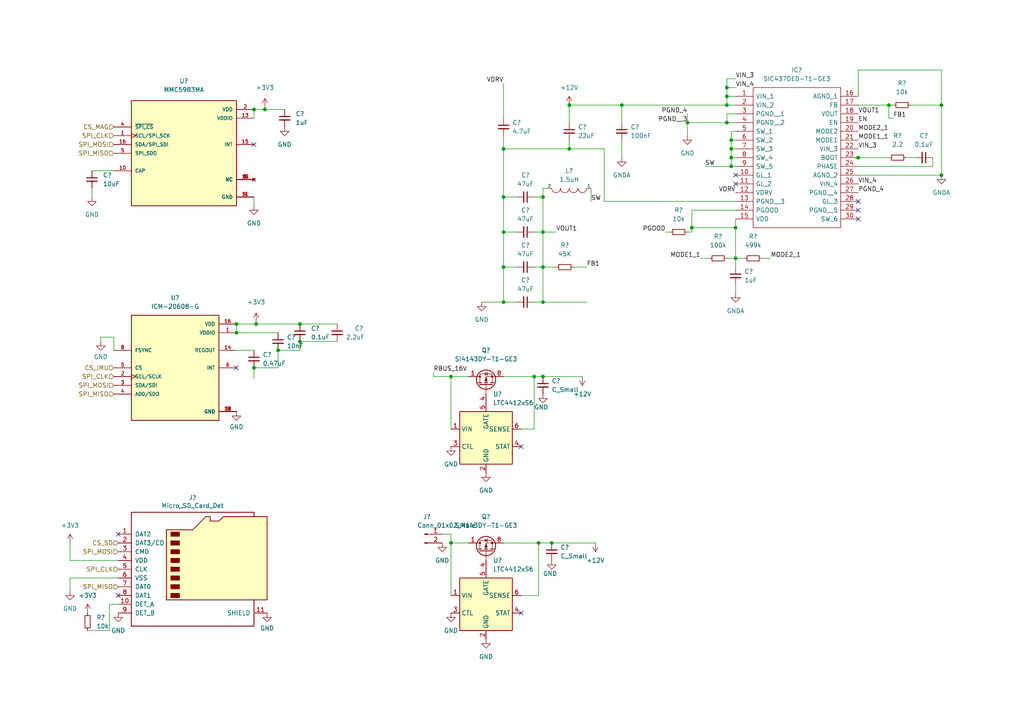
<source format=kicad_sch>
(kicad_sch (version 20211123) (generator eeschema)
  (paper "A4")
  (lib_symbols
    (symbol "Connector:Conn_01x02_Male" (pin_names (offset 1.016) hide)
      (property "Reference" "J" (at 0 2.54 0))
      (property "Value" "Conn_01x02_Male" (at 0 -5.08 0))
      (symbol "Conn_01x02_Male_1_1"
        (polyline (pts (xy 1.27 -2.54) (xy 0.8636 -2.54)) (stroke (width 0.1524)))
        (polyline (pts (xy 1.27 0) (xy 0.8636 0)) (stroke (width 0.1524)))
        (rectangle (start 0.8636 -2.413) (end 0 -2.667) (stroke (width 0.1524)) (fill (type outline)))
        (rectangle (start 0.8636 0.127) (end 0 -0.127) (stroke (width 0.1524)) (fill (type outline)))
        (pin passive line (at 5.08 0 180) (length 3.81) (name "Pin_1") (number "1"))
        (pin passive line (at 5.08 -2.54 180) (length 3.81) (name "Pin_2") (number "2"))
      )
    )
    (symbol "Connector:Micro_SD_Card_Det_Hirose_DM3AT" (pin_names (offset 1.016))
      (property "Reference" "J" (at -16.51 17.78 0))
      (property "Value" "Micro_SD_Card_Det_Hirose_DM3AT" (at 16.51 17.78 0))
      (symbol "Micro_SD_Card_Det_Hirose_DM3AT_0_1"
        (rectangle (start -7.62 -6.985) (end -5.08 -8.255) (fill (type outline)))
        (rectangle (start -7.62 -4.445) (end -5.08 -5.715) (fill (type outline)))
        (rectangle (start -7.62 -1.905) (end -5.08 -3.175) (fill (type outline)))
        (rectangle (start -7.62 0.635) (end -5.08 -0.635) (fill (type outline)))
        (rectangle (start -7.62 3.175) (end -5.08 1.905) (fill (type outline)))
        (rectangle (start -7.62 5.715) (end -5.08 4.445) (fill (type outline)))
        (rectangle (start -7.62 8.255) (end -5.08 6.985) (fill (type outline)))
        (rectangle (start -7.62 10.795) (end -5.08 9.525) (fill (type outline)))
        (polyline (pts (xy 16.51 15.24) (xy 16.51 16.51) (xy -19.05 16.51) (xy -19.05 -16.51) (xy 16.51 -16.51) (xy 16.51 -8.89)) (stroke (width 0.254)))
        (polyline (pts (xy -8.89 -8.89) (xy -8.89 11.43) (xy -1.27 11.43) (xy 2.54 15.24) (xy 3.81 15.24) (xy 3.81 13.97) (xy 6.35 13.97) (xy 7.62 15.24) (xy 20.32 15.24) (xy 20.32 -8.89) (xy -8.89 -8.89)) (stroke (width 0.254)) (fill (type background)))
      )
      (symbol "Micro_SD_Card_Det_Hirose_DM3AT_1_1"
        (pin bidirectional line (at -22.86 10.16 0) (length 3.81) (name "DAT2") (number "1"))
        (pin passive line (at -22.86 -10.16 0) (length 3.81) (name "DET_A") (number "10"))
        (pin passive line (at 20.32 -12.7 180) (length 3.81) (name "SHIELD") (number "11"))
        (pin bidirectional line (at -22.86 7.62 0) (length 3.81) (name "DAT3/CD") (number "2"))
        (pin input line (at -22.86 5.08 0) (length 3.81) (name "CMD") (number "3"))
        (pin power_in line (at -22.86 2.54 0) (length 3.81) (name "VDD") (number "4"))
        (pin input line (at -22.86 0 0) (length 3.81) (name "CLK") (number "5"))
        (pin power_in line (at -22.86 -2.54 0) (length 3.81) (name "VSS") (number "6"))
        (pin bidirectional line (at -22.86 -5.08 0) (length 3.81) (name "DAT0") (number "7"))
        (pin bidirectional line (at -22.86 -7.62 0) (length 3.81) (name "DAT1") (number "8"))
        (pin passive line (at -22.86 -12.7 0) (length 3.81) (name "DET_B") (number "9"))
      )
    )
    (symbol "Device:C_Small" (pin_numbers hide) (pin_names (offset 0.254) hide)
      (property "Reference" "C" (at 0.254 1.778 0))
      (property "Value" "C_Small" (at 0.254 -2.032 0))
      (symbol "C_Small_0_1"
        (polyline (pts (xy -1.524 -0.508) (xy 1.524 -0.508)) (stroke (width 0.3302)))
        (polyline (pts (xy -1.524 0.508) (xy 1.524 0.508)) (stroke (width 0.3048)))
      )
      (symbol "C_Small_1_1"
        (pin passive line (at 0 2.54 270) (length 2.032) (name "~") (number "1"))
        (pin passive line (at 0 -2.54 90) (length 2.032) (name "~") (number "2"))
      )
    )
    (symbol "Device:Q_PMOS_GDS" (pin_names (offset 0) hide)
      (property "Reference" "Q?" (at 6.35 1.2701 0))
      (property "Value" "SI4143DY-T1-GE3" (at 6.35 -1.2699 0))
      (symbol "Q_PMOS_GDS_0_0"
        (pin input line (at -5.08 0 0) (length 2.54) (name "G") (number "4"))
        (pin passive line (at 2.54 -5.08 90) (length 2.54) hide (name "D") (number "5"))
        (pin passive line (at 2.54 -5.08 90) (length 2.54) hide (name "D") (number "6"))
        (pin passive line (at 2.54 -5.08 90) (length 2.54) hide (name "D") (number "7"))
        (pin passive line (at 2.54 -5.08 90) (length 2.54) (name "D") (number "8"))
      )
      (symbol "Q_PMOS_GDS_0_1"
        (polyline (pts (xy 0.254 0) (xy -2.54 0)))
        (polyline (pts (xy 0.254 1.905) (xy 0.254 -1.905)) (stroke (width 0.254)))
        (polyline (pts (xy 0.762 -1.27) (xy 0.762 -2.286)) (stroke (width 0.254)))
        (polyline (pts (xy 0.762 0.508) (xy 0.762 -0.508)) (stroke (width 0.254)))
        (polyline (pts (xy 0.762 2.286) (xy 0.762 1.27)) (stroke (width 0.254)))
        (polyline (pts (xy 2.54 2.54) (xy 2.54 1.778)))
        (polyline (pts (xy 2.54 -2.54) (xy 2.54 0) (xy 0.762 0)))
        (polyline (pts (xy 0.762 1.778) (xy 3.302 1.778) (xy 3.302 -1.778) (xy 0.762 -1.778)))
        (polyline (pts (xy 2.286 0) (xy 1.27 0.381) (xy 1.27 -0.381) (xy 2.286 0)) (fill (type outline)))
        (polyline (pts (xy 2.794 -0.508) (xy 2.921 -0.381) (xy 3.683 -0.381) (xy 3.81 -0.254)))
        (polyline (pts (xy 3.302 -0.381) (xy 2.921 0.254) (xy 3.683 0.254) (xy 3.302 -0.381)))
        (circle (center 1.651 0) (radius 2.794) (stroke (width 0.254)))
        (circle (center 2.54 -1.778) (radius 0.254) (fill (type outline)))
        (circle (center 2.54 1.778) (radius 0.254) (fill (type outline)))
      )
      (symbol "Q_PMOS_GDS_1_1"
        (pin passive line (at 2.54 5.08 270) (length 2.54) (name "S") (number "1"))
        (pin passive line (at 2.54 5.08 270) (length 2.54) hide (name "S") (number "2"))
        (pin passive line (at 2.54 5.08 270) (length 2.54) hide (name "S") (number "3"))
      )
    )
    (symbol "Device:R_Small" (pin_numbers hide) (pin_names (offset 0.254) hide)
      (property "Reference" "R" (at 0.762 0.508 0))
      (property "Value" "R_Small" (at 0.762 -1.016 0))
      (symbol "R_Small_0_1"
        (rectangle (start -0.762 1.778) (end 0.762 -1.778) (stroke (width 0.2032)))
      )
      (symbol "R_Small_1_1"
        (pin passive line (at 0 2.54 270) (length 0.762) (name "~") (number "1"))
        (pin passive line (at 0 -2.54 90) (length 0.762) (name "~") (number "2"))
      )
    )
    (symbol "Power_Management:LTC4412xS6"
      (property "Reference" "U" (at -6.35 8.89 0))
      (property "Value" "LTC4412xS6" (at 6.35 8.89 0))
      (symbol "LTC4412xS6_0_1"
        (rectangle (start -7.62 7.62) (end 7.62 -7.62) (stroke (width 0.254)) (fill (type background)))
      )
      (symbol "LTC4412xS6_1_1"
        (pin power_in line (at -10.16 2.54 0) (length 2.54) (name "VIN") (number "1"))
        (pin power_in line (at 0 -10.16 90) (length 2.54) (name "GND") (number "2"))
        (pin input line (at -10.16 -2.54 0) (length 2.54) (name "CTL") (number "3"))
        (pin open_collector line (at 10.16 -2.54 180) (length 2.54) (name "STAT") (number "4"))
        (pin output line (at 0 10.16 270) (length 2.54) (name "GATE") (number "5"))
        (pin input line (at 10.16 2.54 180) (length 2.54) (name "SENSE") (number "6"))
      )
    )
    (symbol "SIC437DED-T1-GE3:SIC437DED-T1-GE3" (pin_names (offset 0.762))
      (property "Reference" "IC" (at 31.75 7.62 0))
      (property "Value" "SIC437DED-T1-GE3" (at 31.75 5.08 0))
      (symbol "SIC437DED-T1-GE3_0_0"
        (pin passive line (at 0 0 0) (length 5.08) (name "VIN_1") (number "1"))
        (pin passive line (at 0 -22.86 0) (length 5.08) (name "GL_1") (number "10"))
        (pin passive line (at 0 -25.4 0) (length 5.08) (name "GL_2") (number "11"))
        (pin passive line (at 0 -27.94 0) (length 5.08) (name "VDRV") (number "12"))
        (pin passive line (at 0 -30.48 0) (length 5.08) (name "PGND__3") (number "13"))
        (pin passive line (at 0 -33.02 0) (length 5.08) (name "PGOOD") (number "14"))
        (pin passive line (at 0 -35.56 0) (length 5.08) (name "VDD") (number "15"))
        (pin passive line (at 35.56 0 180) (length 5.08) (name "AGND_1") (number "16"))
        (pin passive line (at 35.56 -2.54 180) (length 5.08) (name "FB") (number "17"))
        (pin passive line (at 35.56 -5.08 180) (length 5.08) (name "VOUT") (number "18"))
        (pin passive line (at 35.56 -7.62 180) (length 5.08) (name "EN") (number "19"))
        (pin passive line (at 0 -2.54 0) (length 5.08) (name "VIN_2") (number "2"))
        (pin passive line (at 35.56 -10.16 180) (length 5.08) (name "MODE2") (number "20"))
        (pin passive line (at 35.56 -12.7 180) (length 5.08) (name "MODE1") (number "21"))
        (pin passive line (at 35.56 -15.24 180) (length 5.08) (name "VIN_3") (number "22"))
        (pin passive line (at 35.56 -17.78 180) (length 5.08) (name "BOOT") (number "23"))
        (pin passive line (at 35.56 -20.32 180) (length 5.08) (name "PHASE") (number "24"))
        (pin passive line (at 35.56 -22.86 180) (length 5.08) (name "AGND_2") (number "25"))
        (pin passive line (at 35.56 -25.4 180) (length 5.08) (name "VIN_4") (number "26"))
        (pin passive line (at 35.56 -27.94 180) (length 5.08) (name "PGND__4") (number "27"))
        (pin passive line (at 35.56 -30.48 180) (length 5.08) (name "GL_3") (number "28"))
        (pin passive line (at 35.56 -33.02 180) (length 5.08) (name "PGND__5") (number "29"))
        (pin passive line (at 0 -5.08 0) (length 5.08) (name "PGND__1") (number "3"))
        (pin passive line (at 35.56 -35.56 180) (length 5.08) (name "SW_6") (number "30"))
        (pin passive line (at 0 -7.62 0) (length 5.08) (name "PGND__2") (number "4"))
        (pin passive line (at 0 -10.16 0) (length 5.08) (name "SW_1") (number "5"))
        (pin passive line (at 0 -12.7 0) (length 5.08) (name "SW_2") (number "6"))
        (pin passive line (at 0 -15.24 0) (length 5.08) (name "SW_3") (number "7"))
        (pin passive line (at 0 -17.78 0) (length 5.08) (name "SW_4") (number "8"))
        (pin passive line (at 0 -20.32 0) (length 5.08) (name "SW_5") (number "9"))
      )
      (symbol "SIC437DED-T1-GE3_0_1"
        (polyline (pts (xy 5.08 2.54) (xy 30.48 2.54) (xy 30.48 -38.1) (xy 5.08 -38.1) (xy 5.08 2.54)) (stroke (width 0.1524)))
      )
    )
    (symbol "iclr:ICM-20608-G" (pin_names (offset 1.016))
      (property "Reference" "U" (at -12.7 16.002 0))
      (property "Value" "ICM-20608-G" (at -12.7 -17.78 0))
      (symbol "ICM-20608-G_0_0"
        (rectangle (start -12.7 -15.24) (end 12.7 15.24) (stroke (width 0.254)) (fill (type background)))
        (pin power_in line (at 17.78 10.16 180) (length 5.08) (name "VDDIO") (number "1"))
        (pin power_in line (at 17.78 -12.7 180) (length 5.08) (name "GND") (number "10"))
        (pin power_in line (at 17.78 -12.7 180) (length 5.08) (name "GND") (number "11"))
        (pin power_in line (at 17.78 -12.7 180) (length 5.08) (name "GND") (number "12"))
        (pin power_in line (at 17.78 -12.7 180) (length 5.08) (name "GND") (number "13"))
        (pin output line (at 17.78 5.08 180) (length 5.08) (name "REGOUT") (number "14"))
        (pin power_in line (at 17.78 -12.7 180) (length 5.08) (name "GND") (number "15"))
        (pin power_in line (at 17.78 12.7 180) (length 5.08) (name "VDD") (number "16"))
        (pin input clock (at -17.78 -2.54 0) (length 5.08) (name "SCL/SCLK") (number "2"))
        (pin bidirectional line (at -17.78 -5.08 0) (length 5.08) (name "SDA/SDI") (number "3"))
        (pin bidirectional line (at -17.78 -7.62 0) (length 5.08) (name "AD0/SDO") (number "4"))
        (pin input line (at -17.78 0 0) (length 5.08) (name "CS") (number "5"))
        (pin output line (at 17.78 0 180) (length 5.08) (name "INT") (number "6"))
        (pin input line (at -17.78 5.08 0) (length 5.08) (name "FSYNC") (number "8"))
        (pin power_in line (at 17.78 -12.7 180) (length 5.08) (name "GND") (number "9"))
      )
    )
    (symbol "iclr:MMC5983MA" (pin_names (offset 1.016))
      (property "Reference" "U" (at -15.24 15.24 0))
      (property "Value" "MMC5983MA" (at -15.24 -17.78 0))
      (symbol "MMC5983MA_0_0"
        (rectangle (start -15.24 -15.24) (end 15.24 15.24) (stroke (width 0.254)) (fill (type background)))
        (pin input clock (at -20.32 5.08 0) (length 5.08) (name "SCL/SPI_SCK") (number "1"))
        (pin passive line (at -20.32 -5.08 0) (length 5.08) (name "CAP") (number "10"))
        (pin power_in line (at 20.32 -12.7 180) (length 5.08) (name "GND") (number "11"))
        (pin no_connect line (at 20.32 -7.62 180) (length 5.08) (name "NC") (number "12"))
        (pin power_in line (at 20.32 10.16 180) (length 5.08) (name "VDDIO") (number "13"))
        (pin no_connect line (at 20.32 -7.62 180) (length 5.08) (name "NC") (number "14"))
        (pin output line (at 20.32 2.54 180) (length 5.08) (name "INT") (number "15"))
        (pin bidirectional line (at -20.32 2.54 0) (length 5.08) (name "SDA/SPI_SDI") (number "16"))
        (pin power_in line (at 20.32 12.7 180) (length 5.08) (name "VDD") (number "2"))
        (pin no_connect line (at 20.32 -7.62 180) (length 5.08) (name "NC") (number "3"))
        (pin input line (at -20.32 7.62 0) (length 5.08) (name "~{SPI_CS}") (number "4"))
        (pin output line (at -20.32 0 0) (length 5.08) (name "SPI_SDO") (number "5"))
        (pin no_connect line (at 20.32 -7.62 180) (length 5.08) (name "NC") (number "6"))
        (pin no_connect line (at 20.32 -7.62 180) (length 5.08) (name "NC") (number "7"))
        (pin no_connect line (at 20.32 -7.62 180) (length 5.08) (name "NC") (number "8"))
        (pin power_in line (at 20.32 -12.7 180) (length 5.08) (name "GND") (number "9"))
      )
    )
    (symbol "power:+12V" (power) (pin_names (offset 0))
      (property "Value" "+12V" (at 0 3.556 0))
      (symbol "+12V_0_1"
        (polyline (pts (xy -0.762 1.27) (xy 0 2.54)))
        (polyline (pts (xy 0 0) (xy 0 2.54)))
        (polyline (pts (xy 0 2.54) (xy 0.762 1.27)))
      )
      (symbol "+12V_1_1"
        (pin power_in line (at 0 0 90) (length 0) hide (name "+12V") (number "1"))
      )
    )
    (symbol "power:+3.3V" (power) (pin_names (offset 0))
      (property "Value" "+3.3V" (at 0 3.556 0))
      (symbol "+3.3V_0_1"
        (polyline (pts (xy -0.762 1.27) (xy 0 2.54)))
        (polyline (pts (xy 0 0) (xy 0 2.54)))
        (polyline (pts (xy 0 2.54) (xy 0.762 1.27)))
      )
      (symbol "+3.3V_1_1"
        (pin power_in line (at 0 0 90) (length 0) hide (name "+3V3") (number "1"))
      )
    )
    (symbol "power:GND" (power) (pin_names (offset 0))
      (property "Value" "GND" (at 0 -3.81 0))
      (symbol "GND_0_1"
        (polyline (pts (xy 0 0) (xy 0 -1.27) (xy 1.27 -1.27) (xy 0 -2.54) (xy -1.27 -1.27) (xy 0 -1.27)))
      )
      (symbol "GND_1_1"
        (pin power_in line (at 0 0 270) (length 0) hide (name "GND") (number "1"))
      )
    )
    (symbol "power:GNDA" (power) (pin_names (offset 0))
      (property "Value" "GNDA" (at 0 -3.81 0))
      (symbol "GNDA_0_1"
        (polyline (pts (xy 0 0) (xy 0 -1.27) (xy 1.27 -1.27) (xy 0 -2.54) (xy -1.27 -1.27) (xy 0 -1.27)))
      )
      (symbol "GNDA_1_1"
        (pin power_in line (at 0 0 270) (length 0) hide (name "GNDA") (number "1"))
      )
    )
    (symbol "pspice:INDUCTOR" (pin_numbers hide) (pin_names (offset 0))
      (property "Reference" "L" (at 0 2.54 0))
      (property "Value" "INDUCTOR" (at 0 -1.27 0))
      (symbol "INDUCTOR_0_1"
        (arc (start -2.54 0) (mid -3.81 1.27) (end -5.08 0))
        (arc (start 0 0) (mid -1.27 1.27) (end -2.54 0))
        (arc (start 2.54 0) (mid 1.27 1.27) (end 0 0))
        (arc (start 5.08 0) (mid 3.81 1.27) (end 2.54 0))
      )
      (symbol "INDUCTOR_1_1"
        (pin input line (at -6.35 0 0) (length 1.27) (name "1") (number "1"))
        (pin input line (at 6.35 0 180) (length 1.27) (name "2") (number "2"))
      )
    )
  )
  (junction (at 257.81 30.48))
  (junction (at 80.645 101.6))
  (junction (at 210.82 25.4))
  (junction (at 146.05 57.15))
  (junction (at 146.05 43.18))
  (junction (at 212.09 48.26))
  (junction (at 273.05 30.48))
  (junction (at 180.34 30.48))
  (junction (at 74.295 93.98))
  (junction (at 200.66 66.04))
  (junction (at 157.48 87.63))
  (junction (at 73.66 31.75))
  (junction (at 273.05 50.8))
  (junction (at 210.82 27.94))
  (junction (at 199.39 35.56))
  (junction (at 156.21 157.48))
  (junction (at 160.02 157.48))
  (junction (at 68.58 93.98))
  (junction (at 213.36 66.04))
  (junction (at 154.94 109.22))
  (junction (at 165.1 43.18))
  (junction (at 248.92 45.72))
  (junction (at 73.66 106.68))
  (junction (at 157.48 77.47))
  (junction (at 68.58 96.52))
  (junction (at 212.09 40.64))
  (junction (at 130.81 157.48))
  (junction (at 76.835 31.75))
  (junction (at 146.05 87.63))
  (junction (at 86.995 93.98))
  (junction (at 212.09 43.18))
  (junction (at 212.09 45.72))
  (junction (at 146.05 77.47))
  (junction (at 157.48 67.31))
  (junction (at 157.48 109.22))
  (junction (at 130.81 109.22))
  (junction (at 210.82 30.48))
  (junction (at 146.05 67.31))
  (junction (at 157.48 57.15))
  (junction (at 210.82 35.56))
  (junction (at 165.1 30.48))
  (junction (at 86.995 99.06))
  (junction (at 213.36 74.93))
  (no_connect (at 73.66 41.91))
  (no_connect (at 34.29 172.72))
  (no_connect (at 248.92 60.96))
  (no_connect (at 151.13 177.8))
  (no_connect (at 68.58 106.68))
  (no_connect (at 248.92 58.42))
  (no_connect (at 248.92 63.5))
  (no_connect (at 213.36 53.34))
  (no_connect (at 213.36 50.8))
  (no_connect (at 34.29 154.94))
  (no_connect (at 151.13 129.54))
  (wire (pts (xy 146.05 43.18) (xy 165.1 43.18)))
  (wire (pts (xy 156.21 157.48) (xy 160.02 157.48)))
  (wire (pts (xy 165.1 40.64) (xy 165.1 43.18)))
  (wire (pts (xy 160.02 157.48) (xy 172.72 157.48)))
  (wire (pts (xy 264.16 30.48) (xy 273.05 30.48)))
  (wire (pts (xy 80.645 101.6) (xy 86.995 101.6)))
  (wire (pts (xy 213.36 66.04) (xy 213.36 74.93)))
  (wire (pts (xy 130.81 157.48) (xy 130.81 172.72)))
  (wire (pts (xy 25.4 182.88) (xy 31.75 182.88)))
  (wire (pts (xy 125.73 109.22) (xy 130.81 109.22)))
  (wire (pts (xy 26.67 54.61) (xy 26.67 57.15)))
  (wire (pts (xy 273.05 30.48) (xy 273.05 50.8)))
  (wire (pts (xy 199.39 35.56) (xy 199.39 39.37)))
  (wire (pts (xy 165.1 30.48) (xy 165.1 35.56)))
  (wire (pts (xy 29.21 97.79) (xy 29.21 99.06)))
  (wire (pts (xy 33.02 101.6) (xy 33.02 97.79)))
  (wire (pts (xy 157.48 67.31) (xy 161.29 67.31)))
  (wire (pts (xy 203.2 74.93) (xy 205.74 74.93)))
  (wire (pts (xy 248.92 48.26) (xy 270.51 48.26)))
  (wire (pts (xy 146.05 24.13) (xy 146.05 34.29)))
  (wire (pts (xy 257.81 30.48) (xy 257.81 34.29)))
  (wire (pts (xy 165.1 30.48) (xy 180.34 30.48)))
  (wire (pts (xy 20.32 157.48) (xy 20.32 162.56)))
  (wire (pts (xy 257.81 34.29) (xy 259.08 34.29)))
  (wire (pts (xy 213.36 22.86) (xy 210.82 22.86)))
  (wire (pts (xy 210.82 30.48) (xy 213.36 30.48)))
  (wire (pts (xy 86.995 93.98) (xy 97.79 93.98)))
  (wire (pts (xy 146.05 39.37) (xy 146.05 43.18)))
  (wire (pts (xy 248.92 50.8) (xy 273.05 50.8)))
  (wire (pts (xy 200.66 66.04) (xy 213.36 66.04)))
  (wire (pts (xy 76.835 31.115) (xy 76.835 31.75)))
  (wire (pts (xy 146.05 87.63) (xy 149.86 87.63)))
  (wire (pts (xy 76.835 31.75) (xy 73.66 31.75)))
  (wire (pts (xy 146.05 43.18) (xy 146.05 57.15)))
  (wire (pts (xy 210.82 74.93) (xy 213.36 74.93)))
  (wire (pts (xy 33.02 97.79) (xy 29.21 97.79)))
  (wire (pts (xy 210.82 22.86) (xy 210.82 25.4)))
  (wire (pts (xy 193.04 67.31) (xy 194.31 67.31)))
  (wire (pts (xy 200.66 60.96) (xy 213.36 60.96)))
  (wire (pts (xy 175.26 58.42) (xy 175.26 43.18)))
  (wire (pts (xy 212.09 45.72) (xy 213.36 45.72)))
  (wire (pts (xy 146.05 57.15) (xy 146.05 67.31)))
  (wire (pts (xy 213.36 63.5) (xy 213.36 66.04)))
  (wire (pts (xy 180.34 30.48) (xy 180.34 35.56)))
  (wire (pts (xy 146.05 67.31) (xy 146.05 77.47)))
  (wire (pts (xy 156.21 172.72) (xy 151.13 172.72)))
  (wire (pts (xy 213.36 33.02) (xy 210.82 33.02)))
  (wire (pts (xy 68.58 93.98) (xy 74.295 93.98)))
  (wire (pts (xy 157.48 87.63) (xy 170.18 87.63)))
  (wire (pts (xy 130.81 154.94) (xy 130.81 157.48)))
  (wire (pts (xy 210.82 27.94) (xy 213.36 27.94)))
  (wire (pts (xy 73.66 57.15) (xy 73.66 59.69)))
  (wire (pts (xy 146.05 57.15) (xy 149.86 57.15)))
  (wire (pts (xy 257.81 30.48) (xy 259.08 30.48)))
  (wire (pts (xy 210.82 35.56) (xy 213.36 35.56)))
  (wire (pts (xy 86.995 101.6) (xy 86.995 99.06)))
  (wire (pts (xy 204.47 48.26) (xy 212.09 48.26)))
  (wire (pts (xy 262.89 45.72) (xy 265.43 45.72)))
  (wire (pts (xy 212.09 40.64) (xy 212.09 43.18)))
  (wire (pts (xy 157.48 109.22) (xy 168.91 109.22)))
  (wire (pts (xy 157.48 67.31) (xy 157.48 77.47)))
  (wire (pts (xy 130.81 124.46) (xy 130.81 109.22)))
  (wire (pts (xy 125.73 107.95) (xy 125.73 109.22)))
  (wire (pts (xy 166.37 77.47) (xy 170.18 77.47)))
  (wire (pts (xy 273.05 20.32) (xy 273.05 30.48)))
  (wire (pts (xy 26.67 49.53) (xy 33.02 49.53)))
  (wire (pts (xy 31.75 182.88) (xy 31.75 175.26)))
  (wire (pts (xy 161.29 77.47) (xy 157.48 77.47)))
  (wire (pts (xy 157.48 54.61) (xy 158.75 54.61)))
  (wire (pts (xy 165.1 43.18) (xy 175.26 43.18)))
  (wire (pts (xy 171.45 58.42) (xy 171.45 54.61)))
  (wire (pts (xy 212.09 43.18) (xy 212.09 45.72)))
  (wire (pts (xy 128.27 154.94) (xy 130.81 154.94)))
  (wire (pts (xy 200.66 67.31) (xy 200.66 66.04)))
  (wire (pts (xy 146.05 67.31) (xy 149.86 67.31)))
  (wire (pts (xy 157.48 54.61) (xy 157.48 57.15)))
  (wire (pts (xy 200.66 66.04) (xy 200.66 60.96)))
  (wire (pts (xy 73.66 106.68) (xy 80.645 106.68)))
  (wire (pts (xy 180.34 40.64) (xy 180.34 45.72)))
  (wire (pts (xy 248.92 45.72) (xy 257.81 45.72)))
  (wire (pts (xy 156.21 157.48) (xy 156.21 172.72)))
  (wire (pts (xy 146.05 157.48) (xy 156.21 157.48)))
  (wire (pts (xy 212.09 48.26) (xy 213.36 48.26)))
  (wire (pts (xy 157.48 77.47) (xy 157.48 87.63)))
  (wire (pts (xy 154.94 77.47) (xy 157.48 77.47)))
  (wire (pts (xy 86.995 99.06) (xy 97.79 99.06)))
  (wire (pts (xy 20.32 167.64) (xy 20.32 171.45)))
  (wire (pts (xy 34.29 162.56) (xy 20.32 162.56)))
  (wire (pts (xy 76.835 31.75) (xy 82.55 31.75)))
  (wire (pts (xy 130.81 157.48) (xy 135.89 157.48)))
  (wire (pts (xy 74.295 93.98) (xy 86.995 93.98)))
  (wire (pts (xy 247.65 45.72) (xy 248.92 45.72)))
  (wire (pts (xy 74.295 93.98) (xy 74.295 93.345)))
  (wire (pts (xy 175.26 58.42) (xy 213.36 58.42)))
  (wire (pts (xy 212.09 43.18) (xy 213.36 43.18)))
  (wire (pts (xy 68.58 101.6) (xy 73.66 101.6)))
  (wire (pts (xy 213.36 74.93) (xy 215.9 74.93)))
  (wire (pts (xy 80.645 106.68) (xy 80.645 101.6)))
  (wire (pts (xy 213.36 77.47) (xy 213.36 74.93)))
  (wire (pts (xy 212.09 45.72) (xy 212.09 48.26)))
  (wire (pts (xy 146.05 77.47) (xy 146.05 87.63)))
  (wire (pts (xy 220.98 74.93) (xy 223.52 74.93)))
  (wire (pts (xy 154.94 57.15) (xy 157.48 57.15)))
  (wire (pts (xy 154.94 124.46) (xy 154.94 109.22)))
  (wire (pts (xy 31.75 175.26) (xy 34.29 175.26)))
  (wire (pts (xy 154.94 87.63) (xy 157.48 87.63)))
  (wire (pts (xy 210.82 25.4) (xy 213.36 25.4)))
  (wire (pts (xy 199.39 33.02) (xy 199.39 35.56)))
  (wire (pts (xy 248.92 20.32) (xy 248.92 27.94)))
  (wire (pts (xy 154.94 109.22) (xy 157.48 109.22)))
  (wire (pts (xy 146.05 77.47) (xy 149.86 77.47)))
  (wire (pts (xy 199.39 67.31) (xy 200.66 67.31)))
  (wire (pts (xy 210.82 27.94) (xy 210.82 30.48)))
  (wire (pts (xy 212.09 38.1) (xy 212.09 40.64)))
  (wire (pts (xy 73.66 31.75) (xy 73.66 34.29)))
  (wire (pts (xy 139.7 87.63) (xy 146.05 87.63)))
  (wire (pts (xy 210.82 25.4) (xy 210.82 27.94)))
  (wire (pts (xy 199.39 35.56) (xy 210.82 35.56)))
  (wire (pts (xy 68.58 96.52) (xy 80.645 96.52)))
  (wire (pts (xy 154.94 109.22) (xy 146.05 109.22)))
  (wire (pts (xy 151.13 124.46) (xy 154.94 124.46)))
  (wire (pts (xy 154.94 67.31) (xy 157.48 67.31)))
  (wire (pts (xy 248.92 30.48) (xy 257.81 30.48)))
  (wire (pts (xy 270.51 48.26) (xy 270.51 45.72)))
  (wire (pts (xy 248.92 20.32) (xy 273.05 20.32)))
  (wire (pts (xy 213.36 82.55) (xy 213.36 85.09)))
  (wire (pts (xy 180.34 30.48) (xy 210.82 30.48)))
  (wire (pts (xy 157.48 57.15) (xy 157.48 67.31)))
  (wire (pts (xy 73.66 106.68) (xy 73.66 109.855)))
  (wire (pts (xy 34.29 167.64) (xy 20.32 167.64)))
  (wire (pts (xy 68.58 93.98) (xy 68.58 96.52)))
  (wire (pts (xy 210.82 33.02) (xy 210.82 35.56)))
  (wire (pts (xy 130.81 109.22) (xy 135.89 109.22)))
  (wire (pts (xy 212.09 40.64) (xy 213.36 40.64)))
  (wire (pts (xy 212.09 38.1) (xy 213.36 38.1)))
  (label "MODE2_1" (at 248.92 38.1 0))
  (label "PGOOD" (at 193.04 67.31 180))
  (label "MODE2_1" (at 223.52 74.93 0))
  (label "VOUT1" (at 161.29 67.31 0))
  (label "SW" (at 171.45 58.42 0))
  (label "VIN_4" (at 248.92 53.34 0))
  (label "VOUT1" (at 248.92 33.02 0))
  (label "EN" (at 248.92 35.56 0))
  (label "PGND__3" (at 199.39 35.56 180))
  (label "VDRV" (at 146.05 24.13 180))
  (label "FB1" (at 170.18 77.47 0))
  (label "VIN_4" (at 213.36 25.4 0))
  (label "VIN_3" (at 213.36 22.86 0))
  (label "PGND_4" (at 199.39 33.02 180))
  (label "MODE1_1" (at 203.2 74.93 180))
  (label "PGND_4" (at 248.92 55.88 0))
  (label "SW" (at 204.47 48.26 0))
  (label "RBUS_16V" (at 125.73 107.95 0))
  (label "VDRV" (at 213.36 55.88 180))
  (label "VIN_3" (at 248.92 43.18 0))
  (label "FB1" (at 259.08 34.29 0))
  (label "MODE1_1" (at 248.92 40.64 0))
  (hierarchical_label "SPI_CLK" (shape input) (at 33.02 39.37 180))
  (hierarchical_label "SPI_MISO" (shape input) (at 34.29 170.18 180))
  (hierarchical_label "CS_IMU" (shape input) (at 33.02 106.68 180))
  (hierarchical_label "SPI_MISO" (shape input) (at 33.02 44.45 180))
  (hierarchical_label "SPI_CLK" (shape input) (at 34.29 165.1 180))
  (hierarchical_label "SPI_CLK" (shape input) (at 33.02 109.22 180))
  (hierarchical_label "SPI_MOSI" (shape input) (at 33.02 111.76 180))
  (hierarchical_label "SPI_MOSI" (shape input) (at 33.02 41.91 180))
  (hierarchical_label "SPI_MOSI" (shape input) (at 34.29 160.02 180))
  (hierarchical_label "SPI_MISO" (shape input) (at 33.02 114.3 180))
  (hierarchical_label "CS_SD" (shape input) (at 34.29 157.48 180))
  (hierarchical_label "CS_MAG" (shape input) (at 33.02 36.83 180))
  (symbol (lib_id "Device:C_Small") (at 152.4 57.15 270) (unit 1)
    (property "Reference" "C?" (at 152.3936 50.8 90))
    (property "Value" "47uF" (at 152.3936 53.34 90))
  )
  (symbol (lib_id "power:GND") (at 199.39 39.37 0) (unit 1)
    (property "Reference" "#PWR?" (effects hide))
    (property "Value" "GND" (at 199.39 44.45 0))
  )
  (symbol (lib_id "power:+3.3V") (at 25.4 177.8 0) (unit 1)
    (property "Reference" "#PWR?" (effects hide))
    (property "Value" "+3.3V" (at 25.4 172.72 0))
  )
  (symbol (lib_id "power:GND") (at 26.67 57.15 0) (unit 1)
    (property "Reference" "#PWR?" (effects hide))
    (property "Value" "GND" (at 26.67 62.23 0))
  )
  (symbol (lib_id "power:GND") (at 140.97 137.16 0) (unit 1)
    (property "Reference" "#PWR?" (effects hide))
    (property "Value" "GND" (at 140.97 142.24 0))
  )
  (symbol (lib_id "power:GND") (at 130.81 129.54 0) (unit 1)
    (property "Reference" "#PWR?" (effects hide))
    (property "Value" "GND" (at 130.81 134.62 0))
  )
  (symbol (lib_id "power:GND") (at 73.66 59.69 0) (unit 1)
    (property "Reference" "#PWR?" (effects hide))
    (property "Value" "GND" (at 73.66 64.77 0))
  )
  (symbol (lib_id "Device:R_Small") (at 208.28 74.93 90) (unit 1)
    (property "Reference" "R?" (at 208.28 68.58 90))
    (property "Value" "100k" (at 208.28 71.12 90))
  )
  (symbol (lib_id "power:GND") (at 29.21 99.06 0) (unit 1)
    (property "Reference" "#PWR?" (effects hide))
    (property "Value" "GND" (at 29.21 103.505 0))
  )
  (symbol (lib_id "pspice:INDUCTOR") (at 165.1 54.61 180) (unit 1)
    (property "Reference" "L?" (at 165.1 49.53 0))
    (property "Value" "1.5uH" (at 165.1 52.07 0))
  )
  (symbol (lib_id "power:GND") (at 34.29 177.8 0) (unit 1)
    (property "Reference" "#PWR?" (effects hide))
    (property "Value" "GND" (at 34.29 182.88 0))
  )
  (symbol (lib_id "Power_Management:LTC4412xS6") (at 140.97 175.26 0) (unit 1)
    (property "Reference" "U?" (at 142.9894 162.56 0) (effects (justify left)))
    (property "Value" "LTC4412xS6" (at 142.9894 165.1 0) (effects (justify left)))
    (property "Footprint" "Package_TO_SOT_SMD:TSOT-23-6" (effects hide))
    (property "Datasheet" "https://www.analog.com/media/en/technical-documentation/data-sheets/4412fb.pdf" (effects hide))
  )
  (symbol (lib_id "power:GNDA") (at 213.36 85.09 0) (unit 1)
    (property "Reference" "#PWR?" (effects hide))
    (property "Value" "GNDA" (at 213.36 90.17 0))
  )
  (symbol (lib_id "Device:C_Small") (at 165.1 38.1 0) (unit 1)
    (property "Reference" "C?" (at 167.64 36.8362 0) (effects (justify left)))
    (property "Value" "22uF" (at 167.64 39.3762 0) (effects (justify left)))
  )
  (symbol (lib_id "Device:R_Small") (at 261.62 30.48 90) (unit 1)
    (property "Reference" "R?" (at 261.62 24.13 90))
    (property "Value" "10k" (at 261.62 26.67 90))
  )
  (symbol (lib_id "Device:C_Small") (at 267.97 45.72 270) (unit 1)
    (property "Reference" "C?" (at 267.9636 39.37 90))
    (property "Value" "0.1uF" (at 267.9636 41.91 90))
  )
  (symbol (lib_id "power:+12V") (at 168.91 109.22 180) (unit 1)
    (property "Reference" "#PWR?" (effects hide))
    (property "Value" "+12V" (at 168.91 114.3 0))
  )
  (symbol (lib_id "Device:Q_PMOS_GDS") (at 140.97 111.76 90) (unit 1)
    (property "Reference" "Q?" (at 140.97 101.6 90))
    (property "Value" "SI4143DY-T1-GE3" (at 140.97 104.14 90))
    (property "Footprint" "Package_SO:SOIC-8_3.9x4.9mm_P1.27mm" (effects hide))
  )
  (symbol (lib_id "power:GNDA") (at 180.34 45.72 0) (unit 1)
    (property "Reference" "#PWR?" (effects hide))
    (property "Value" "GNDA" (at 180.34 50.8 0))
  )
  (symbol (lib_id "Device:C_Small") (at 82.55 34.29 0) (unit 1)
    (property "Reference" "C?" (at 85.725 33.0262 0) (effects (justify left)))
    (property "Value" "1uF" (at 85.725 35.5662 0) (effects (justify left)))
    (property "Footprint" "Capacitor_SMD:C_0603_1608Metric" (effects hide))
  )
  (symbol (lib_id "Device:Q_PMOS_GDS") (at 140.97 160.02 90) (unit 1)
    (property "Reference" "Q?" (at 140.97 149.86 90))
    (property "Value" "SI4143DY-T1-GE3" (at 140.97 152.4 90))
    (property "Footprint" "Package_SO:SOIC-8_3.9x4.9mm_P1.27mm" (effects hide))
  )
  (symbol (lib_id "power:+3.3V") (at 76.835 31.115 0) (unit 1)
    (property "Reference" "#PWR?" (effects hide))
    (property "Value" "+3.3V" (at 76.835 25.4 0))
  )
  (symbol (lib_id "Connector:Conn_01x02_Male") (at 123.19 154.94 0) (unit 1)
    (property "Reference" "J?" (at 123.825 149.86 0))
    (property "Value" "Conn_01x02_Male" (at 129.54 152.4 0))
  )
  (symbol (lib_id "Device:C_Small") (at 80.645 99.06 0) (unit 1)
    (property "Reference" "C?" (at 83.185 97.7962 0) (effects (justify left)))
    (property "Value" "10nF" (at 83.185 100.3362 0) (effects (justify left)))
    (property "Footprint" "Capacitor_SMD:C_0603_1608Metric" (effects hide))
  )
  (symbol (lib_id "Device:C_Small") (at 157.48 111.76 0) (unit 1)
    (property "Reference" "C?" (at 160.02 110.4962 0) (effects (justify left)))
    (property "Value" "C_Small" (at 160.02 113.0362 0) (effects (justify left)))
  )
  (symbol (lib_id "power:GND") (at 77.47 177.8 0) (unit 1)
    (property "Reference" "#PWR?" (effects hide))
    (property "Value" "GND" (at 77.47 182.245 0))
  )
  (symbol (lib_id "Device:C_Small") (at 86.995 96.52 0) (unit 1)
    (property "Reference" "C?" (at 90.17 95.2562 0) (effects (justify left)))
    (property "Value" "0.1uF" (at 90.17 97.7962 0) (effects (justify left)))
    (property "Footprint" "Capacitor_SMD:C_0603_1608Metric" (effects hide))
  )
  (symbol (lib_id "iclr:ICM-20608-G") (at 50.8 106.68 0) (unit 1)
    (property "Reference" "U?" (at 50.8 86.36 0))
    (property "Value" "ICM-20608-G" (at 50.8 88.9 0))
    (property "Footprint" "iclr:PQFN50P300X300X80-16N" (effects hide))
    (property "MANUFACTURER" "TDK" (effects hide))
    (property "PARTREV" "1.0" (effects hide))
    (property "STANDARD" "IPC-7351B" (effects hide))
  )
  (symbol (lib_id "power:GND") (at 140.97 185.42 0) (unit 1)
    (property "Reference" "#PWR?" (effects hide))
    (property "Value" "GND" (at 140.97 190.5 0))
  )
  (symbol (lib_id "power:GND") (at 160.02 162.56 0) (unit 1)
    (property "Reference" "#PWR?" (effects hide))
    (property "Value" "GND" (at 157.48 166.37 0) (effects (justify left)))
  )
  (symbol (lib_id "Device:C_Small") (at 73.66 104.14 0) (unit 1)
    (property "Reference" "C?" (at 76.2 102.8762 0) (effects (justify left)))
    (property "Value" "0.47uF" (at 76.2 105.4162 0) (effects (justify left)))
    (property "Footprint" "Capacitor_SMD:C_0603_1608Metric" (effects hide))
  )
  (symbol (lib_id "Device:C_Small") (at 152.4 67.31 270) (unit 1)
    (property "Reference" "C?" (at 152.3936 60.96 90))
    (property "Value" "47uF" (at 152.3936 63.5 90))
  )
  (symbol (lib_id "power:GND") (at 139.7 87.63 0) (unit 1)
    (property "Reference" "#PWR?" (effects hide))
    (property "Value" "GND" (at 139.7 92.71 0))
  )
  (symbol (lib_id "iclr:MMC5983MA") (at 53.34 44.45 0) (unit 1)
    (property "Reference" "U?" (at 53.34 23.495 0))
    (property "Value" "MMC5983MA" (at 53.34 26.035 0))
    (property "Footprint" "iclr:PQFN50P300X300X100-16N" (effects hide))
    (property "MANUFACTURER" "Memsic Inc." (effects hide))
    (property "MAXIMUM_PACKAGE_HEIGHT" "1.00 mm" (effects hide))
    (property "PARTREV" "A" (effects hide))
    (property "STANDARD" "IPC 7351B" (effects hide))
  )
  (symbol (lib_id "power:GND") (at 20.32 171.45 0) (unit 1)
    (property "Reference" "#PWR?" (effects hide))
    (property "Value" "GND" (at 20.32 176.53 0))
  )
  (symbol (lib_id "Device:R_Small") (at 163.83 77.47 90) (unit 1)
    (property "Reference" "R?" (at 163.83 71.12 90))
    (property "Value" "45K" (at 163.83 73.66 90))
  )
  (symbol (lib_id "Device:C_Small") (at 152.4 77.47 270) (unit 1)
    (property "Reference" "C?" (at 152.3936 71.12 90))
    (property "Value" "47uF" (at 152.3936 73.66 90))
  )
  (symbol (lib_id "power:GND") (at 82.55 36.83 0) (unit 1)
    (property "Reference" "#PWR?" (effects hide))
    (property "Value" "GND" (at 82.55 41.91 0))
  )
  (symbol (lib_id "Device:R_Small") (at 260.35 45.72 90) (unit 1)
    (property "Reference" "R?" (at 260.35 39.37 90))
    (property "Value" "2.2" (at 260.35 41.91 90))
  )
  (symbol (lib_id "Power_Management:LTC4412xS6") (at 140.97 127 0) (unit 1)
    (property "Reference" "U?" (at 142.9894 114.3 0) (effects (justify left)))
    (property "Value" "LTC4412xS6" (at 142.9894 116.84 0) (effects (justify left)))
    (property "Footprint" "Package_TO_SOT_SMD:TSOT-23-6" (effects hide))
    (property "Datasheet" "https://www.analog.com/media/en/technical-documentation/data-sheets/4412fb.pdf" (effects hide))
  )
  (symbol (lib_id "power:+3.3V") (at 20.32 157.48 0) (unit 1)
    (property "Reference" "#PWR?" (effects hide))
    (property "Value" "+3.3V" (at 20.32 152.4 0))
  )
  (symbol (lib_id "Device:C_Small") (at 97.79 96.52 0) (unit 1)
    (property "Reference" "C?" (at 102.87 95.25 0) (effects (justify left)))
    (property "Value" "2.2uF" (at 100.33 97.7962 0) (effects (justify left)))
    (property "Footprint" "Capacitor_SMD:C_0603_1608Metric" (effects hide))
  )
  (symbol (lib_id "Device:C_Small") (at 152.4 87.63 270) (unit 1)
    (property "Reference" "C?" (at 152.3936 81.28 90))
    (property "Value" "47uF" (at 152.3936 83.82 90))
  )
  (symbol (lib_id "Device:C_Small") (at 213.36 80.01 0) (unit 1)
    (property "Reference" "C?" (at 215.9 78.7462 0) (effects (justify left)))
    (property "Value" "1uF" (at 215.9 81.2862 0) (effects (justify left)))
  )
  (symbol (lib_id "Device:C_Small") (at 146.05 36.83 0) (unit 1)
    (property "Reference" "C?" (at 148.59 35.5662 0) (effects (justify left)))
    (property "Value" "4.7uF" (at 148.59 38.1062 0) (effects (justify left)))
  )
  (symbol (lib_id "power:+3.3V") (at 74.295 93.345 0) (unit 1)
    (property "Reference" "#PWR?" (effects hide))
    (property "Value" "+3.3V" (at 74.295 87.63 0))
  )
  (symbol (lib_id "power:GND") (at 128.27 157.48 0) (unit 1)
    (property "Reference" "#PWR?" (effects hide))
    (property "Value" "GND" (at 128.27 162.56 0))
  )
  (symbol (lib_id "power:GND") (at 157.48 114.3 0) (unit 1)
    (property "Reference" "#PWR?" (effects hide))
    (property "Value" "GND" (at 154.94 118.11 0) (effects (justify left)))
  )
  (symbol (lib_id "Device:R_Small") (at 196.85 67.31 90) (unit 1)
    (property "Reference" "R?" (at 196.85 60.96 90))
    (property "Value" "10k" (at 196.85 63.5 90))
  )
  (symbol (lib_id "Device:C_Small") (at 160.02 160.02 0) (unit 1)
    (property "Reference" "C?" (at 162.56 158.7562 0) (effects (justify left)))
    (property "Value" "C_Small" (at 162.56 161.2962 0) (effects (justify left)))
  )
  (symbol (lib_id "power:GND") (at 130.81 177.8 0) (unit 1)
    (property "Reference" "#PWR?" (effects hide))
    (property "Value" "GND" (at 130.81 182.88 0))
  )
  (symbol (lib_id "power:GNDA") (at 273.05 50.8 0) (unit 1)
    (property "Reference" "#PWR?" (effects hide))
    (property "Value" "GNDA" (at 273.05 55.88 0))
  )
  (symbol (lib_id "Device:R_Small") (at 25.4 180.34 0) (unit 1)
    (property "Reference" "R?" (at 27.94 179.0699 0) (effects (justify left)))
    (property "Value" "10k" (at 27.94 181.6099 0) (effects (justify left)))
  )
  (symbol (lib_id "power:GND") (at 68.58 119.38 0) (unit 1)
    (property "Reference" "#PWR?" (effects hide))
    (property "Value" "GND" (at 68.58 123.825 0))
  )
  (symbol (lib_id "Connector:Micro_SD_Card_Det_Hirose_DM3AT") (at 57.15 165.1 0) (unit 1)
    (property "Reference" "J?" (at 55.88 144.3482 0))
    (property "Value" "Micro_SD_Card_Det" (at 55.88 146.6596 0))
    (property "Footprint" "Connector_Card:microSD_HC_Hirose_DM3AT-SF-PEJM5" (effects hide))
    (property "Datasheet" "https://www.hirose.com/product/en/download_file/key_name/DM3/category/Catalog/doc_file_id/49662/?file_category_id=4&item_id=195&is_series=1" (effects hide))
  )
  (symbol (lib_id "power:+12V") (at 172.72 157.48 180) (unit 1)
    (property "Reference" "#PWR?" (effects hide))
    (property "Value" "+12V" (at 172.72 162.56 0))
  )
  (symbol (lib_id "power:+12V") (at 165.1 30.48 0) (unit 1)
    (property "Reference" "#PWR?" (effects hide))
    (property "Value" "+12V" (at 165.1 25.4 0))
  )
  (symbol (lib_id "Device:C_Small") (at 180.34 38.1 0) (unit 1)
    (property "Reference" "C?" (at 182.88 36.8362 0) (effects (justify left)))
    (property "Value" "100nF" (at 182.88 39.3762 0) (effects (justify left)))
  )
  (symbol (lib_id "SIC437DED-T1-GE3:SIC437DED-T1-GE3") (at 213.36 27.94 0) (unit 1)
    (property "Reference" "IC?" (at 231.14 20.32 0))
    (property "Value" "SIC437DED-T1-GE3" (at 231.14 22.86 0))
    (property "Footprint" "iclr:SIC437DEDT1GE3" (effects hide))
    (property "Datasheet" "https://www.vishay.com/docs/75921/sic437.pdf" (effects hide))
    (property "Description" "Switching Voltage Regulators 12A; Ext; Pwr Saving PowerPAK MLP44-24L" (effects hide))
    (property "Height" "0.8" (effects hide))
    (property "Manufacturer_Name" "Vishay" (effects hide))
    (property "Manufacturer_Part_Number" "SIC437DED-T1-GE3" (effects hide))
    (property "Mouser Part Number" "78-SIC437DED-T1-GE3" (effects hide))
    (property "Mouser Price/Stock" "https://www.mouser.co.uk/ProductDetail/Vishay-Siliconix/SIC437DED-T1-GE3?qs=F5EMLAvA7IBPwzCIb2YJug%3D%3D" (effects hide))
    (property "Arrow Part Number" "SIC437DED-T1-GE3" (effects hide))
    (property "Arrow Price/Stock" "https://www.arrow.com/en/products/sic437ded-t1-ge3/vishay" (effects hide))
  )
  (symbol (lib_id "Device:R_Small") (at 218.44 74.93 90) (unit 1)
    (property "Reference" "R?" (at 218.44 68.58 90))
    (property "Value" "499k" (at 218.44 71.12 90))
  )
  (symbol (lib_id "Device:C_Small") (at 26.67 52.07 0) (unit 1)
    (property "Reference" "C?" (at 29.845 50.8062 0) (effects (justify left)))
    (property "Value" "10uF" (at 29.845 53.3462 0) (effects (justify left)))
    (property "Footprint" "Capacitor_SMD:C_0603_1608Metric" (effects hide))
  )
)
</source>
